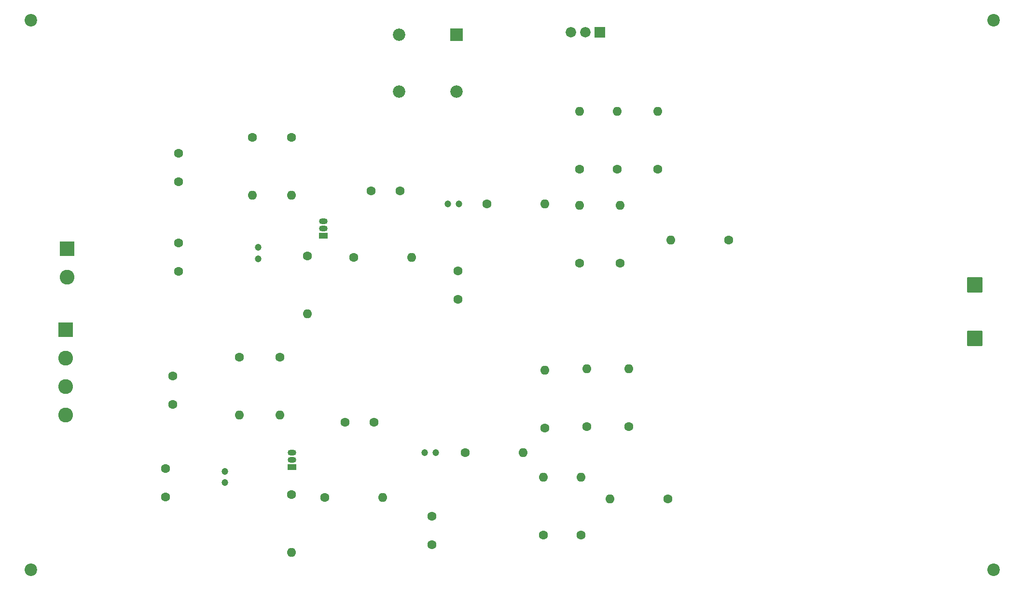
<source format=gbs>
%TF.GenerationSoftware,KiCad,Pcbnew,7.0.7*%
%TF.CreationDate,2024-02-14T20:27:21-06:00*%
%TF.ProjectId,Custom Loop Controller,43757374-6f6d-4204-9c6f-6f7020436f6e,rev?*%
%TF.SameCoordinates,Original*%
%TF.FileFunction,Soldermask,Bot*%
%TF.FilePolarity,Negative*%
%FSLAX46Y46*%
G04 Gerber Fmt 4.6, Leading zero omitted, Abs format (unit mm)*
G04 Created by KiCad (PCBNEW 7.0.7) date 2024-02-14 20:27:21*
%MOMM*%
%LPD*%
G01*
G04 APERTURE LIST*
G04 Aperture macros list*
%AMRoundRect*
0 Rectangle with rounded corners*
0 $1 Rounding radius*
0 $2 $3 $4 $5 $6 $7 $8 $9 X,Y pos of 4 corners*
0 Add a 4 corners polygon primitive as box body*
4,1,4,$2,$3,$4,$5,$6,$7,$8,$9,$2,$3,0*
0 Add four circle primitives for the rounded corners*
1,1,$1+$1,$2,$3*
1,1,$1+$1,$4,$5*
1,1,$1+$1,$6,$7*
1,1,$1+$1,$8,$9*
0 Add four rect primitives between the rounded corners*
20,1,$1+$1,$2,$3,$4,$5,0*
20,1,$1+$1,$4,$5,$6,$7,0*
20,1,$1+$1,$6,$7,$8,$9,0*
20,1,$1+$1,$8,$9,$2,$3,0*%
G04 Aperture macros list end*
%ADD10C,1.600000*%
%ADD11O,1.600000X1.600000*%
%ADD12C,1.200000*%
%ADD13C,2.200000*%
%ADD14R,2.600000X2.600000*%
%ADD15C,2.600000*%
%ADD16R,1.500000X1.050000*%
%ADD17O,1.500000X1.050000*%
%ADD18RoundRect,0.250000X-1.125000X-1.125000X1.125000X-1.125000X1.125000X1.125000X-1.125000X1.125000X0*%
%ADD19R,1.830000X1.830000*%
%ADD20C,1.830000*%
%ADD21R,2.175000X2.175000*%
%ADD22C,2.175000*%
G04 APERTURE END LIST*
D10*
%TO.C,R-Gain2*%
X111252000Y-127000000D03*
D11*
X121412000Y-127000000D03*
%TD*%
D10*
%TO.C,R7*%
X163068000Y-85852000D03*
D11*
X163068000Y-75692000D03*
%TD*%
D10*
%TO.C,CB-Out1*%
X119460000Y-73152000D03*
X124460000Y-73152000D03*
%TD*%
%TO.C,RB2*%
X96266000Y-102362000D03*
D11*
X96266000Y-112522000D03*
%TD*%
D12*
%TO.C,C5*%
X132858000Y-75438000D03*
X134858000Y-75438000D03*
%TD*%
D10*
%TO.C,C2*%
X83312000Y-121960000D03*
X83312000Y-126960000D03*
%TD*%
D12*
%TO.C,C6*%
X128794000Y-119126000D03*
X130794000Y-119126000D03*
%TD*%
D10*
%TO.C,RC2*%
X103378000Y-102362000D03*
D11*
X103378000Y-112522000D03*
%TD*%
D10*
%TO.C,R12*%
X182118000Y-81788000D03*
D11*
X171958000Y-81788000D03*
%TD*%
D10*
%TO.C,CB-BC2*%
X84582000Y-105704000D03*
X84582000Y-110704000D03*
%TD*%
%TO.C,CB-BC1*%
X85598000Y-66588000D03*
X85598000Y-71588000D03*
%TD*%
D13*
%TO.C,H3*%
X228600000Y-139700000D03*
%TD*%
%TO.C,H2*%
X59690000Y-139700000D03*
%TD*%
D10*
%TO.C,R8*%
X157226000Y-114554000D03*
D11*
X157226000Y-104394000D03*
%TD*%
D10*
%TO.C,CB-E2*%
X130048000Y-130342000D03*
X130048000Y-135342000D03*
%TD*%
%TO.C,R2*%
X135890000Y-119126000D03*
D11*
X146050000Y-119126000D03*
%TD*%
D14*
%TO.C,J2*%
X66040000Y-83298000D03*
D15*
X66040000Y-88298000D03*
%TD*%
D10*
%TO.C,RC1*%
X105410000Y-63754000D03*
D11*
X105410000Y-73914000D03*
%TD*%
D10*
%TO.C,R1*%
X139700000Y-75438000D03*
D11*
X149860000Y-75438000D03*
%TD*%
D15*
%TO.C,J1*%
X65786000Y-112522000D03*
X65786000Y-107522000D03*
X65786000Y-102522000D03*
D14*
X65786000Y-97522000D03*
%TD*%
D10*
%TO.C,R6*%
X155956000Y-69342000D03*
D11*
X155956000Y-59182000D03*
%TD*%
D16*
%TO.C,Q1*%
X110998000Y-81026000D03*
D17*
X110998000Y-79756000D03*
X110998000Y-78486000D03*
%TD*%
D10*
%TO.C,RB1*%
X98552000Y-63754000D03*
D11*
X98552000Y-73914000D03*
%TD*%
D10*
%TO.C,R13*%
X171450000Y-127254000D03*
D11*
X161290000Y-127254000D03*
%TD*%
D10*
%TO.C,RE1*%
X108204000Y-84582000D03*
D11*
X108204000Y-94742000D03*
%TD*%
D10*
%TO.C,CB-E1*%
X134620000Y-87202000D03*
X134620000Y-92202000D03*
%TD*%
%TO.C,R11*%
X164592000Y-114554000D03*
D11*
X164592000Y-104394000D03*
%TD*%
D10*
%TO.C,RE2*%
X105410000Y-126492000D03*
D11*
X105410000Y-136652000D03*
%TD*%
D16*
%TO.C,Q2*%
X105516000Y-121666000D03*
D17*
X105516000Y-120396000D03*
X105516000Y-119126000D03*
%TD*%
D10*
%TO.C,R10*%
X162560000Y-69342000D03*
D11*
X162560000Y-59182000D03*
%TD*%
D18*
%TO.C,J3*%
X225298000Y-89662000D03*
%TD*%
D10*
%TO.C,R14*%
X169672000Y-69342000D03*
D11*
X169672000Y-59182000D03*
%TD*%
D12*
%TO.C,C3*%
X99568000Y-83090000D03*
X99568000Y-85090000D03*
%TD*%
D10*
%TO.C,C1*%
X85598000Y-82336000D03*
X85598000Y-87336000D03*
%TD*%
D13*
%TO.C,H1*%
X59690000Y-43180000D03*
%TD*%
D19*
%TO.C,IC1*%
X159512000Y-45299000D03*
D20*
X156972000Y-45299000D03*
X154432000Y-45299000D03*
%TD*%
D12*
%TO.C,C4*%
X93726000Y-122428000D03*
X93726000Y-124428000D03*
%TD*%
D10*
%TO.C,R5*%
X149606000Y-133604000D03*
D11*
X149606000Y-123444000D03*
%TD*%
D10*
%TO.C,R4*%
X149860000Y-114808000D03*
D11*
X149860000Y-104648000D03*
%TD*%
D10*
%TO.C,R3*%
X155956000Y-85852000D03*
D11*
X155956000Y-75692000D03*
%TD*%
D10*
%TO.C,R-Gain1*%
X116332000Y-84836000D03*
D11*
X126492000Y-84836000D03*
%TD*%
D18*
%TO.C,J4*%
X225298000Y-99060000D03*
%TD*%
D13*
%TO.C,H4*%
X228600000Y-43180000D03*
%TD*%
D21*
%TO.C,L1*%
X134366000Y-45720000D03*
D22*
X124366000Y-45720000D03*
X124366000Y-55720000D03*
X134366000Y-55720000D03*
%TD*%
D10*
%TO.C,CB-Out2*%
X114888000Y-113792000D03*
X119888000Y-113792000D03*
%TD*%
%TO.C,R9*%
X156210000Y-133604000D03*
D11*
X156210000Y-123444000D03*
%TD*%
M02*

</source>
